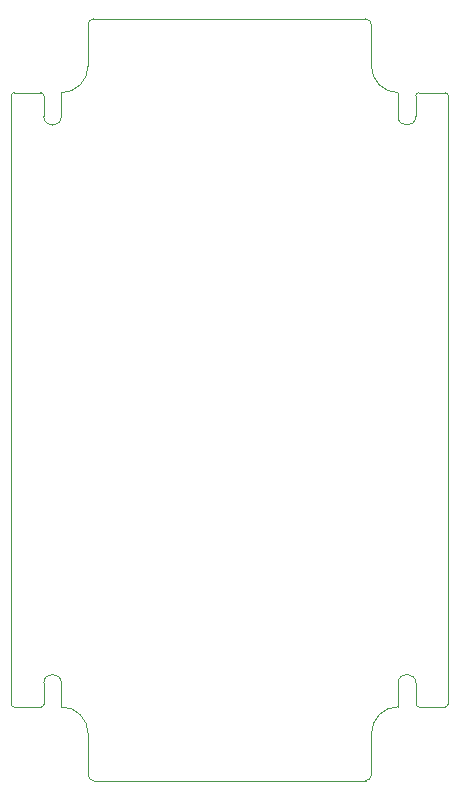
<source format=gm1>
G04 #@! TF.GenerationSoftware,KiCad,Pcbnew,(5.1.8)-1*
G04 #@! TF.CreationDate,2020-11-25T14:47:02+01:00*
G04 #@! TF.ProjectId,GN_BatteryHolder,474e5f42-6174-4746-9572-79486f6c6465,1.0*
G04 #@! TF.SameCoordinates,PX8f0d180PY5f5e100*
G04 #@! TF.FileFunction,Profile,NP*
%FSLAX46Y46*%
G04 Gerber Fmt 4.6, Leading zero omitted, Abs format (unit mm)*
G04 Created by KiCad (PCBNEW (5.1.8)-1) date 2020-11-25 14:47:02*
%MOMM*%
%LPD*%
G01*
G04 APERTURE LIST*
G04 #@! TA.AperFunction,Profile*
%ADD10C,0.050000*%
G04 #@! TD*
G04 APERTURE END LIST*
D10*
X-18500000Y15750000D02*
X-18500000Y25750000D01*
X-16000000Y26000000D02*
X-18250000Y26000000D01*
X-18500000Y25750000D02*
G75*
G02*
X-18250000Y26000000I250000J0D01*
G01*
X-16000000Y26000000D02*
G75*
G02*
X-15750000Y25750000I0J-250000D01*
G01*
X18250000Y26000000D02*
X16000000Y26000000D01*
X18250000Y26000000D02*
G75*
G02*
X18500000Y25750000I0J-250000D01*
G01*
X15750000Y25750000D02*
G75*
G02*
X16000000Y26000000I250000J0D01*
G01*
X18250000Y-26000000D02*
X16000000Y-26000000D01*
X16000000Y-26000000D02*
G75*
G02*
X15750000Y-25750000I0J250000D01*
G01*
X18500000Y-25750000D02*
G75*
G02*
X18250000Y-26000000I-250000J0D01*
G01*
X-16000000Y-26000000D02*
X-18250000Y-26000000D01*
X-18250000Y-26000000D02*
G75*
G02*
X-18500000Y-25750000I0J250000D01*
G01*
X-15750000Y-25750000D02*
G75*
G02*
X-16000000Y-26000000I-250000J0D01*
G01*
X-15750000Y25750000D02*
X-15750000Y24000000D01*
X-14250000Y24000000D02*
G75*
G02*
X-15750000Y24000000I-750000J0D01*
G01*
X15750000Y-25750000D02*
X15750000Y-24000000D01*
X14250000Y-24000000D02*
G75*
G02*
X15750000Y-24000000I750000J0D01*
G01*
X15750000Y24000000D02*
G75*
G02*
X14250000Y24000000I-750000J0D01*
G01*
X15750000Y25750000D02*
X15750000Y24000000D01*
X-15750000Y-25750000D02*
X-15750000Y-24000000D01*
X-15750000Y-24000000D02*
G75*
G02*
X-14250000Y-24000000I750000J0D01*
G01*
X14250000Y26000000D02*
X14250000Y24000000D01*
X14250000Y26000000D02*
G75*
G02*
X12000000Y28250000I0J2250000D01*
G01*
X12000000Y31750000D02*
X12000000Y28250000D01*
X11500000Y32250000D02*
G75*
G02*
X12000000Y31750000I0J-500000D01*
G01*
X-12000000Y31750000D02*
G75*
G02*
X-11500000Y32250000I500000J0D01*
G01*
X-12000000Y28250000D02*
G75*
G02*
X-14250000Y26000000I-2250000J0D01*
G01*
X-14250000Y26000000D02*
X-14250000Y24000000D01*
X-12000000Y31750000D02*
X-12000000Y28250000D01*
X14250000Y-26000000D02*
X14250000Y-24000000D01*
X12000000Y-28250000D02*
G75*
G02*
X14250000Y-26000000I2250000J0D01*
G01*
X12000000Y-31750000D02*
X12000000Y-28250000D01*
X12000000Y-31750000D02*
G75*
G02*
X11500000Y-32250000I-500000J0D01*
G01*
X-14250000Y-26000000D02*
X-14250000Y-24000000D01*
X-14250000Y-26000000D02*
G75*
G02*
X-12000000Y-28250000I0J-2250000D01*
G01*
X-12000000Y-31750000D02*
X-12000000Y-28250000D01*
X-11500000Y-32250000D02*
G75*
G02*
X-12000000Y-31750000I0J500000D01*
G01*
X18500000Y25750000D02*
X18500000Y-25750000D01*
X-18500000Y-25750000D02*
X-18500000Y15750000D01*
X0Y-32250000D02*
X-11500000Y-32250000D01*
X0Y-32250000D02*
X11500000Y-32250000D01*
X0Y32250000D02*
X-11500000Y32250000D01*
X0Y32250000D02*
X11500000Y32250000D01*
M02*

</source>
